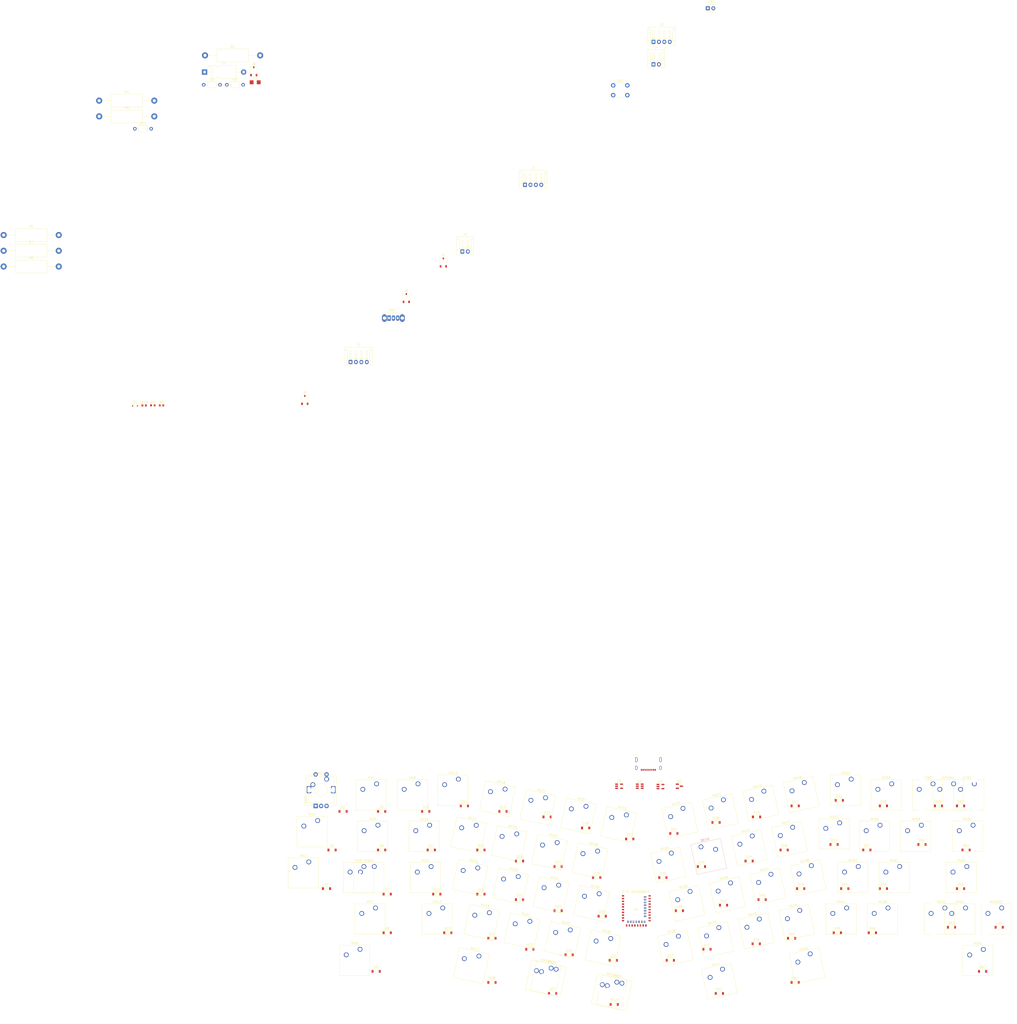
<source format=kicad_pcb>
(kicad_pcb (version 20211014) (generator pcbnew)
  (layers (0 "F.Cu" signal) (31 "B.Cu" signal) (34 "B.Paste" user) (35 "F.Paste" user) (36 "B.SilkS" user "B.Silkscreen") (37 "F.SilkS" user "F.Silkscreen") (38 "B.Mask" user) (39 "F.Mask" user) (44 "Edge.Cuts" user))
  (net 0 "")
  (net 1 "VBATT")
  (net 2 "GND")
  (net 3 "Net-(C3-Pad1)")
  (net 4 "Net-(C4-Pad1)")
  (net 5 "VCC")
  (net 6 "VBUS")
  (net 7 "/P1.11")
  (net 8 "Net-(D2-Pad2)")
  (net 9 "BLUE_LED")
  (net 10 "Net-(D3-Pad2)")
  (net 11 "/P0.03")
  (net 12 "Net-(D4-Pad2)")
  (net 13 "Net-(D5-Pad2)")
  (net 14 "Net-(D6-Pad2)")
  (net 15 "Net-(D7-Pad2)")
  (net 16 "/P0.28")
  (net 17 "Net-(D8-Pad2)")
  (net 18 "/P1.13")
  (net 19 "Net-(D9-Pad2)")
  (net 20 "Net-(D10-Pad2)")
  (net 21 "Net-(D11-Pad2)")
  (net 22 "Net-(D12-Pad2)")
  (net 23 "Net-(D13-Pad2)")
  (net 24 "Net-(D14-Pad2)")
  (net 25 "Net-(D15-Pad2)")
  (net 26 "Net-(D16-Pad2)")
  (net 27 "Net-(D17-Pad2)")
  (net 28 "Net-(D18-Pad2)")
  (net 29 "Net-(D19-Pad2)")
  (net 30 "Net-(D20-Pad2)")
  (net 31 "Net-(D21-Pad2)")
  (net 32 "Net-(D22-Pad2)")
  (net 33 "Net-(D23-Pad2)")
  (net 34 "Net-(D24-Pad2)")
  (net 35 "Net-(D25-Pad2)")
  (net 36 "Net-(D26-Pad2)")
  (net 37 "Net-(D27-Pad2)")
  (net 38 "Net-(D28-Pad2)")
  (net 39 "Net-(D29-Pad2)")
  (net 40 "Net-(D30-Pad2)")
  (net 41 "Net-(D31-Pad2)")
  (net 42 "Net-(D32-Pad2)")
  (net 43 "Net-(D33-Pad2)")
  (net 44 "Net-(D34-Pad2)")
  (net 45 "Net-(D35-Pad2)")
  (net 46 "Net-(D36-Pad2)")
  (net 47 "Net-(D37-Pad2)")
  (net 48 "Net-(D38-Pad2)")
  (net 49 "Net-(D39-Pad2)")
  (net 50 "Net-(D40-Pad2)")
  (net 51 "Net-(D41-Pad2)")
  (net 52 "Net-(D42-Pad2)")
  (net 53 "Net-(D43-Pad2)")
  (net 54 "Net-(D44-Pad2)")
  (net 55 "Net-(D45-Pad2)")
  (net 56 "Net-(D46-Pad2)")
  (net 57 "Net-(D47-Pad2)")
  (net 58 "Net-(D48-Pad2)")
  (net 59 "Net-(D49-Pad2)")
  (net 60 "Net-(D50-Pad2)")
  (net 61 "Net-(D51-Pad2)")
  (net 62 "Net-(D52-Pad2)")
  (net 63 "Net-(D53-Pad2)")
  (net 64 "Net-(D54-Pad2)")
  (net 65 "Net-(D55-Pad2)")
  (net 66 "Net-(D56-Pad2)")
  (net 67 "Net-(D57-Pad2)")
  (net 68 "Net-(D58-Pad2)")
  (net 69 "Net-(D59-Pad2)")
  (net 70 "Net-(D60-Pad2)")
  (net 71 "Net-(D61-Pad2)")
  (net 72 "Net-(D62-Pad2)")
  (net 73 "Net-(D63-Pad2)")
  (net 74 "Net-(D64-Pad2)")
  (net 75 "Net-(D65-Pad2)")
  (net 76 "Net-(D66-Pad2)")
  (net 77 "Net-(D67-Pad2)")
  (net 78 "Net-(F1-Pad1)")
  (net 79 "SDA")
  (net 80 "SCL")
  (net 81 "VBAT")
  (net 82 "SWC")
  (net 83 "SWD")
  (net 84 "/P1.06")
  (net 85 "/P1.04")
  (net 86 "Net-(LED2-Pad1)")
  (net 87 "Net-(LED3-Pad1)")
  (net 88 "/P0.02")
  (net 89 "/P0.29")
  (net 90 "/P0.31")
  (net 91 "P0.04")
  (net 92 "/P0.01")
  (net 93 "/P0.06")
  (net 94 "/P0.05")
  (net 95 "/P0.08")
  (net 96 "/P1.09")
  (net 97 "/P0.12")
  (net 98 "Rotary_B")
  (net 99 "Rotary_A")
  (net 100 "DFU")
  (net 101 "/P1.00")
  (net 102 "Net-(Q1-Pad3)")
  (net 103 "Net-(R1-Pad2)")
  (net 104 "Net-(R2-Pad1)")
  (net 105 "Net-(R4-Pad1)")
  (net 106 "Net-(R5-Pad1)")
  (net 107 "Net-(R7-Pad2)")
  (net 109 "RESET")
  (net 110 "Rot_B")
  (net 111 "RS1")
  (net 112 "RS2")
  (net 113 "BOOT")
  (net 114 "/P0.22")
  (net 115 "/P0.20")
  (net 117 "/P0.00")
  (net 119 "/P0.24")
  (net 120 "DATA-")
  (net 121 "/P0.13")
  (net 122 "DATA+")
  (net 123 "/P0.30")
  (net 125 "Net-(U4-Pad1)")
  (net 126 "Net-(U4-Pad3)")
  (footprint "Resistor_SMD:R_0603_1608Metric" (layer "F.Cu") (at 249.8 -63.2)
    (fp_text reference "R6")
    (fp_text value "1K")
  )
  (footprint "Diode_SMD:D_SOD-123" (layer "F.Cu") (at 574.74 141.54)
    (fp_text reference "D57")
    (fp_text value "D_Small")
  )
  (footprint "Connector_JST:JST_ACH_BM01B-ACHSS-A-GAN-ETF_1x01-1MP_P1.20mm_Vertical" (layer "F.Cu") (at 379.63 -128.951447)
    (fp_text reference "J7")
    (fp_text value "Conn_01x01")
  )
  (footprint "Button_Switch_Keyboard:SW_Cherry_MX_1.00u_PCB" (layer "F.Cu") (at 432.768111 157.720541 -12)
    (fp_text reference "MX24")
    (fp_text value "MX-NoLED")
  )
  (footprint "Diode_SMD:D_SOD-123" (layer "F.Cu") (at 541.72 121.22)
    (fp_text reference "D47")
    (fp_text value "D_Small")
  )
  (footprint "Capacitor_THT:C_Axial_L3.8mm_D2.6mm_P7.50mm_Horizontal" (layer "F.Cu") (at 237.52 -190.56)
    (fp_text reference "CC1")
    (fp_text value "10 uF")
  )
  (footprint "Button_Switch_Keyboard:SW_Cherry_MX_2.75u_PCB" (layer "F.Cu") (at 348.4 168.21)
    (fp_text reference "MX7")
    (fp_text value "MX-NoLED")
  )
  (footprint "Package_TO_SOT_SMD:SOT-23-6" (layer "F.Cu") (at 470.12375 112.17125)
    (fp_text reference "U4")
    (fp_text value "USBLC6-2SC6")
  )
  (footprint "Diode_SMD:D_SOD-123" (layer "F.Cu") (at 396.94 141.54)
    (fp_text reference "D15")
    (fp_text value "D_Small")
  )
  (footprint "Resistor_THT:R_Axial_DIN0614_L14.3mm_D5.7mm_P25.40mm_Horizontal" (layer "F.Cu") (at 177.06 -127.13)
    (fp_text reference "R0")
    (fp_text value "10 K")
  )
  (footprint "Button_Switch_Keyboard:SW_Cherry_MX_1.50u_PCB" (layer "F.Cu") (at 548.638304 189.342915 12)
    (fp_text reference "MX50")
    (fp_text value "MX-NoLED")
  )
  (footprint "Resistor_SMD:R_0603_1608Metric" (layer "F.Cu") (at 245.79 -63.2)
    (fp_text reference "R3")
    (fp_text value "100K")
  )
  (footprint "Diode_SMD:D_SOD-123" (layer "F.Cu") (at 445.2 131.38)
    (fp_text reference "D28")
    (fp_text value "D_Small")
  )
  (footprint "Button_Switch_Keyboard:SW_Cherry_MX_1.00u_PCB" (layer "F.Cu") (at 623.68 130.11)
    (fp_text reference "MX62")
    (fp_text value "MX-NoLED")
  )
  (footprint "Diode_SMD:D_SOD-123" (layer "F.Cu") (at 376.62 161.86)
    (fp_text reference "D12")
    (fp_text value "D_Small")
  )
  (footprint "Button_Switch_Keyboard:SW_Cherry_MX_1.00u_PCB" (layer "F.Cu") (at 451.401821 161.681259 -12)
    (fp_text reference "MX29")
    (fp_text value "MX-NoLED")
  )
  (footprint "Button_Switch_Keyboard:SW_Cherry_MX_1.00u_PCB" (layer "F.Cu") (at 413.434398 134.129824 -12)
    (fp_text reference "MX19")
    (fp_text value "MX-NoLED")
  )
  (footprint "Button_Switch_THT:SW_PUSH_6mm_H4.3mm" (layer "F.Cu") (at 457.89 -210.54)
    (fp_text reference "SW2")
    (fp_text value "SW_Push")
  )
  (footprint "Button_Switch_Keyboard:SW_Cherry_MX_1.00u_PCB" (layer "F.Cu") (at 586.17 111.06)
    (fp_text reference "MX55")
    (fp_text value "MX-NoLED")
  )
  (footprint "Button_Switch_Keyboard:SW_Cherry_MX_2.00u_PCB" (layer "F.Cu") (at 429.279237 195.927246 -12)
    (fp_text reference "MX26A1")
    (fp_text value "MX-NoLED")
  )
  (footprint "Button_Switch_Keyboard:SW_Cherry_MX_1.00u_PCB" (layer "F.Cu") (at 419.484398 174.369824 -12)
    (fp_text reference "MX21")
    (fp_text value "MX-NoLED")
  )
  (footprint "Diode_SMD:D_SOD-123" (layer "F.Cu") (at 414.72 164.4)
    (fp_text reference "D21")
    (fp_text value "D_Small")
  )
  (footprint "Button_Switch_Keyboard:SW_Cherry_MX_1.50u_PCB" (layer "F.Cu") (at 349.49 130.11)
    (fp_text reference "MX5")
    (fp_text value "MX-NoLED")
  )
  (footprint "Button_Switch_Keyboard:SW_Cherry_MX_1.75u_PCB" (layer "F.Cu") (at 610.685 168.21)
    (fp_text reference "MX62A1")
    (fp_text value "MX-NoLED")
  )
  (footprint "Diode_SMD:D_SOD-123" (layer "F.Cu") (at 628.08 197.42)
    (fp_text reference "D67")
    (fp_text value "D_Small")
  )
  (footprint "Button_Switch_Keyboard:SW_Cherry_MX_1.00u_PCB" (layer "F.Cu") (at 584.49 168.21)
    (fp_text reference "MX58")
    (fp_text value "MX-NoLED")
  )
  (footprint "Diode_SMD:D_SOD-123" (layer "F.Cu") (at 617.92 121.22)
    (fp_text reference "D63")
    (fp_text value "D_Small")
  )
  (footprint "Diode_SMD:D_SOD-123" (layer "F.Cu") (at 437.58 189.8)
    (fp_text reference "D26")
    (fp_text value "D_Small")
  )
  (footprint "Diode_SMD:D_SOD-123" (layer "F.Cu") (at 635.7 177.1)
    (fp_text reference "D66")
    (fp_text value "D_Small")
  )
  (footprint "Button_Switch_Keyboard:SW_Cherry_MX_1.00u_PCB" (layer "F.Cu") (at 565.44 168.21)
    (fp_text reference "MX54")
    (fp_text value "MX-NoLED")
  )
  (footprint "Button_Switch_Keyboard:SW_Cherry_MX_1.00u_PCB" (layer "F.Cu") (at 562.18 129.05)
    (fp_text reference "MX52")
    (fp_text value "MX-NoLED")
  )
  (footprint "Button_Switch_Keyboard:SW_Cherry_MX_1.00u_PCB" (layer "F.Cu") (at 543.828304 169.352914 12)
    (fp_text reference "MX49")
    (fp_text value "MX-NoLED")
  )
  (footprint "yeye:SW_Cherry_MX_2.25u_PCB_Flipped" (layer "F.Cu") (at 620.8 149.16)
    (fp_text reference "MX63")
    (fp_text value "MX-NoLED")
  )
  (footprint "Button_Switch_Keyboard:SW_Cherry_MX_1.50u_PCB" (layer "F.Cu") (at 341.26 187.26)
    (fp_text reference "MX8")
    (fp_text value "MX-NoLED")
  )
  (footprint "Button_Switch_Keyboard:SW_Cherry_MX_1.00u_PCB" (layer "F.Cu") (at 408.080686 113.519106 -12)
    (fp_text reference "MX18")
    (fp_text value "MX-NoLED")
  )
  (footprint "Button_Switch_Keyboard:SW_Cherry_MX_1.00u_PCB" (layer "F.Cu") (at 567.54 108.92)
    (fp_text reference "MX51")
    (fp_text value "MX-NoLED")
  )
  (footprint "Button_Switch_Keyboard:SW_Cherry_MX_1.00u_PCB" (layer "F.Cu") (at 624.27 111.06)
    (fp_text reference "MX59A2")
    (fp_text value "MX-NoLED")
  )
  (footprint "Diode_SMD:D_SOD-123" (layer "F.Cu") (at 407.1 123.76)
    (fp_text reference "D19")
    (fp_text value "D_Small")
  )
  (footprint "Resistor_THT:R_Axial_DIN0614_L14.3mm_D5.7mm_P25.40mm_Horizontal" (layer "F.Cu") (at 177.06 -134.38)
    (fp_text reference "R7")
    (fp_text value "1K")
  )
  (footprint "Package_TO_SOT_SMD:SOT-23-5" (layer "F.Cu") (at 479.64875 112.3275)
    (fp_text reference "U2")
    (fp_text value "MCP73831")
  )
  (footprint "Button_Switch_Keyboard:SW_Cherry_MX_1.50u_PCB" (layer "F.Cu") (at 396.040686 190.399106 -12)
    (fp_text reference "MX17")
    (fp_text value "MX-NoLED")
  )
  (footprint "Button_Switch_Keyboard:SW_Cherry_MX_1.00u_PCB" (layer "F.Cu") (at 426.714398 117.479824 -12)
    (fp_text reference "MX22")
    (fp_text value "MX-NoLED")
  )
  (footprint "Button_Switch_Keyboard:SW_Cherry_MX_1.00u_PCB" (layer "F.Cu") (at 414.134399 153.759824 -12)
    (fp_text reference "MX20")
    (fp_text value "MX-NoLED")
  )
  (footprint "Button_Switch_Keyboard:SW_Cherry_MX_1.00u_PCB" (layer "F.Cu") (at 527.294592 114.443633 12)
    (fp_text reference "MX42")
    (fp_text value "MX-NoLED")
  )
  (footprint "Button_Switch_Keyboard:SW_Cherry_MX_1.00u_PCB" (layer "F.Cu") (at 394.800687 130.169106 -12)
    (fp_text reference "MX14")
    (fp_text value "MX-NoLED")
  )
  (footprint "Resistor_THT:R_Axial_DIN0614_L14.3mm_D5.7mm_P25.40mm_Horizontal" (layer "F.Cu") (at 221.07 -203.51)
    (fp_text reference "R4")
    (fp_text value "5.1 K")
  )
  (footprint "Diode_SMD:D_SOD-123" (layer "F.Cu") (at 523.94 126.3)
    (fp_text reference "D43")
    (fp_text value "D_Small")
  )
  (footprint "Diode_SMD:D_SOD-123" (layer "F.Cu") (at 432.5 169.48)
    (fp_text reference "D25")
    (fp_text value "D_Small")
  )
  (footprint "Button_Switch_Keyboard:SW_Cherry_MX_1.00u_PCB" (layer "F.Cu") (at 348.89 111.06)
    (fp_text reference "MX4")
    (fp_text value "MX-NoLED")
  )
  (footprint "Diode_SMD:D_SOD-123" (layer "F.Cu") (at 381.7 179.64)
    (fp_text reference "D13")
    (fp_text value "D_Small")
  )
  (footprint "Button_Switch_Keyboard:SW_Cherry_MX_1.00u_PCB" (layer "F.Cu") (at 400.850687 170.409106 -12)
    (fp_text reference "MX16")
    (fp_text value "MX-NoLED")
  )
  (footprint "Button_Switch_Keyboard:SW_Cherry_MX_1.00u_PCB" (layer "F.Cu") (at 589.85 149.16)
    (fp_text reference "MX57")
    (fp_text value "MX-NoLED")
  )
  (footprint "Diode_SMD:D_SOD-123" (layer "F.Cu") (at 457.9 192.34)
    (fp_text reference "D31")
    (fp_text value "D_Small")
  )
  (footprint "Connector_JST:JST_EH_S4B-EH_1x04_P2.50mm_Horizontal" (layer "F.Cu") (at 476.44 -230.59)
    (fp_text reference "J3")
    (fp_text value "Conn_01x04")
  )
  (footprint "Button_Switch_Keyboard:SW_Cherry_MX_2.00u_PCB" (layer "F.Cu") (at 612.18 116.14)
    (fp_text reference "MX59A1")
    (fp_text value "MX-NoLED")
  )
  (footprint "LED_SMD:LED_0603_1608Metric" (layer "F.Cu") (at 241.78 -63.16)
    (fp_text reference "LED3")
    (fp_text value "BLUE")
  )
  (footprint "LED_THT:LED_D3.0mm_Clear" (layer "F.Cu") (at 501.47 -246.04)
    (fp_text reference "LED2")
    (fp_text value "CHG")
  )
  (footprint "Diode_SMD:D_SOD-123" (layer "F.Cu") (at 559.64 139)
    (fp_text reference "D53")
    (fp_text value "D_Small")
  )
  (footprint "Diode_SMD:D_SOD-123" (layer "F.Cu") (at 325.82 159.32)
    (fp_text reference "D4")
    (fp_text value "D_Small")
  )
  (footprint "Package_TO_SOT_SMD:SOT-23" (layer "F.Cu") (at 488.38 112.17125)
    (fp_text reference "Q1")
    (fp_text value "AO3407")
  )
  (footprint "Diode_SMD:D_SOD-123" (layer "F.Cu") (at 328.36 141.54)
    (fp_text reference "D3")
    (fp_text value "D_Small")
  )
  (footprint "Resistor_THT:R_Axial_DIN0614_L14.3mm_D5.7mm_P25.40mm_Horizontal" (layer "F.Cu") (at 177.06 -141.63)
    (fp_text reference "R1")
    (fp_text value "100 K")
  )
  (footprint "Diode_SMD:D_SOD-123" (layer "F.Cu") (at 452.82 172.02)
    (fp_text reference "D30")
    (fp_text value "D_Small")
  )
  (footprint "Capacitor_THT:CP_Axial_L11.0mm_D6.0mm_P18.00mm_Horizontal" (layer "F.Cu") (at 269.64 -216.665)
    (fp_text reference "C4")
    (fp_text value "0.1uF")
  )
  (footprint "Button_Switch_Keyboard:SW_Cherry_MX_1.00u_PCB" (layer "F.Cu") (at 521.934592 135.053632 12)
    (fp_text reference "MX43")
    (fp_text value "MX-NoLED")
  )
  (footprint "Diode_SMD:D_SOD-123" (layer "F.Cu") (at 562.04 118.68)
    (fp_text reference "D52")
    (fp_text value "D_Small")
  )
  (footprint "Diode_SMD:D_SOD-123" (layer "F.Cu") (at 353.76 179.64)
    (fp_text reference "D8")
    (fp_text value "D_Small")
  )
  (footprint "Diode_SMD:D_SOD-323F" (layer "F.Cu") (at 237.61 -62.98)
    (fp_text reference "D1")
    (fp_text value "1N5819")
  )
  (footprint "Diode_SMD:D_SOD-123" (layer "F.Cu") (at 458.350049 212.66)
    (fp_text reference "D32")
    (fp_text value "D_Small")
  )
  (footprint "Button_Switch_Keyboard:SW_Cherry_MX_1.00u_PCB" (layer "F.Cu") (at 580.81 130.11)
    (fp_text reference "MX56")
    (fp_text value "MX-NoLED")
  )
  (footprint "Connector_JST:JST_EH_S2B-EH_1x02_P2.50mm_Horizontal" (layer "F.Cu") (at 476.44 -220.21)
    (fp_text reference "J4")
    (fp_text value "Conn_01x02")
  )
  (footprint "Diode_SMD:D_SOD-123" (layer "F.Cu") (at 427.42 126.3)
    (fp_text reference "D23")
    (fp_text value "D_Small")
  )
  (footprint "Diode_SMD:D_SOD-123" (layer "F.Cu") (at 402.02 182.18)
    (fp_text reference "D17")
    (fp_text value "D_Small")
  )
  (footprint "Button_Switch_Keyboard:SW_Cherry_MX_1.00u_PCB" (layer "F.Cu") (at 540.568304 131.092914 12)
    (fp_text reference "MX47")
    (fp_text value "MX-NoLED")
  )
  (footprint "Diode_SMD:D_SOD-123" (layer "F.Cu") (at 402.02 202.5)
    (fp_text reference "D18")
    (fp_text value "D_Small")
  )
  (footprint "Diode_SMD:D_SOD-123" (layer "F.Cu") (at 544.26 159.32)
    (fp_text reference "D49")
    (fp_text value "D_Small")
  )
  (footprint "Diode_SMD:D_SOD-123" (layer "F.Cu") (at 520.506288 146.62)
    (fp_text reference "D44")
    (fp_text value "D_Small")
  )
  (footprint "Connector_JST:JST_EH_S2B-EH_1x02_P2.50mm_Horizontal" (layer "F.Cu") (at 388.42 -134.04)
    (fp_text reference "J2")
    (fp_text value "Conn_01x02")
  )
  (footprint "Button_Switch_Keyboard:SW_Cherry_MX_1.00u_PCB" (layer "F.Cu") (at 636.87875 168.21)
    (fp_text reference "MX62A2")
    (fp_text value "MX-NoLED")
  )
  (footprint "Crystal:Crystal_SMD_EuroQuartz_EQ161-2Pin_3.2x1.5mm_HandSoldering" (layer "F.Cu") (at 292.94 -211.97)
    (fp_text reference "X1")
    (fp_text value "32768kHz")
  )
  (footprint "nrfmicro:USB-C_C168688" (layer "F.Cu") (at 474.09735 104.23125)
    (fp_text reference "USB1" hide)
    (fp_text value "USB-C USB 2.0 MC-372")
  )
  (footprint "Button_Switch_Keyboard:SW_Cherry_MX_1.00u_PCB" (layer "F.Cu") (at 605.22 111.06)
    (fp_text reference "MX60")
    (fp_text value "MX-NoLED")
  )
  (footprint "Button_Switch_Keyboard:SW_Cherry_MX_1.75u_PCB" (layer "F.Cu") (at 347.80232 149.16)
    (fp_text reference "MX6A1")
    (fp_text value "MX-NoLED")
  )
  (footprint "Diode_SMD:D_SOD-123" (layer "F.Cu") (at 607.76 121.22)
    (fp_text reference "D60")
    (fp_text value "D_Small")
  )
  (footprint "Button_Switch_Keyboard:SW_Cherry_MX_1.00u_PCB" (layer "F.Cu") (at 530.554592 152.703632 12)
    (fp_text reference "MX44")
    (fp_text value "MX-NoLED")
  )
  (footprint "Diode_SMD:D_SOD-123" (layer "F.Cu") (at 526.48 164.4)
    (fp_text reference "D45")
    (fp_text value "D_Small")
  )
  (footprint "Button_Switch_Keyboard:SW_Cherry_MX_1.00u_PCB" (layer "F.Cu") (at 367.94 111.06)
    (fp_text reference "MX9")
    (fp_text value "MX-NoLED")
  )
  (footprint "Rotary_Encoder:RotaryEncoder_Alps_EC11E-Switch_Vertical_H20mm" (layer "F.Cu") (at 320.83 121.25 90)
    (fp_text reference "SW3")
    (fp_text value "Rotary_Encoder_Switch")
  )
  (footprint "Diode_SMD:D_SOD-123" (layer "F.Cu") (at 506.8 207.58)
    (fp_text reference "D42")
    (fp_text value "D_Small")
  )
  (footprint "Button_Switch_Keyboard:SW_Cherry_MX_1.00u_PCB" (layer "F.Cu") (at 549.188304 148.742914 12)
    (fp_text reference "MX48")
    (fp_text value "MX-NoLED")
  )
  (footprint "Diode_SMD:D_SOD-123" (layer "F.Cu") (at 414.72 146.62)
    (fp_text reference "D20")
    (fp_text value "D_Small")
  )
  (footprint "Diode_SMD:D_SOD-123" (layer "F.Cu") (at 501.08 187.26)
    (fp_text reference "D41")
    (fp_text value "D_Small")
  )
  (footprint "Diode_SMD:D_SOD-123" (layer "F.Cu") (at 498.54 149.16)
    (fp_text reference "D39")
    (fp_text value "D_Small")
  )
  (footprint "Button_Switch_Keyboard:SW_Cherry_MX_1.00u_PCB" (layer "F.Cu") (at 570.8 149.16)
    (fp_text reference "MX53")
    (fp_text value "MX-NoLED")
  )
  (footprint "Diode_SMD:D_SOD-123" (layer "F.Cu") (at 389.32 121.22)
    (fp_text reference "D14")
    (fp_text value "D_Small")
  )
  (footprint "Connector_JST:JST_ACH_BM01B-ACHSS-A-GAN-ETF_1x01-1MP_P1.20mm_Vertical" (layer "F.Cu") (at 292.29 -217.011447)
    (fp_text reference "J6")
    (fp_text value "Conn_01x01")
  )
  (footprint "Capacitor_THT:C_Axial_L3.8mm_D2.6mm_P7.50mm_Horizontal" (layer "F.Cu") (at 279.89 -210.82)
    (fp_text reference "C3")
    (fp_text value "10 uF")
  )
  (footprint "Connector_JST:JST_ACH_BM01B-ACHSS-A-GAN-ETF_1x01-1MP_P1.20mm_Vertical" (layer "F.Cu") (at 315.81 -65.671447)
    (fp_text reference "J8")
    (fp_text value "Conn_01x01")
  )
  (footprint "Button_Switch_Keyboard:SW_Cherry_MX_1.00u_PCB" (layer "F.Cu") (at 545.928304 110.482914 12)
    (fp_text reference "MX46")
    (fp_text value "MX-NoLED")
  )
  (footprint "Button_Switch_Keyboard:SW_Cherry_MX_1.00u_PCB" (layer "F.Cu") (at 508.66088 118.404349 12)
    (fp_text reference "MX37")
    (fp_text value "MX-NoLED")
  )
  (footprint "Button_Switch_Keyboard:SW_Cherry_MX_1.00u_PCB" (layer "F.Cu") (at 459.575637 202.367046 -12)
    (fp_text reference "MX31A1")
    (fp_text value "MX-NoLED")
  )
  (footprint "Resistor_THT:R_Axial_DIN0614_L14.3mm_D5.7mm_P25.40mm_Horizontal" (layer "F.Cu") (at 269.84 -224.35)
    (fp_text reference "R2")
    (fp_text value "4.7 K")
  )
  (footprint "Button_Switch_Keyboard:SW_Cherry_MX_1.00u_PCB" (layer "F.Cu") (at 373.3 130.11)
    (fp_text reference "MX10")
    (fp_text value "MX-NoLED")
  )
  (footprint "Diode_SMD:D_SOD-123" (layer "F.Cu") (at 348.68 197.42)
    (fp_text reference "D9")
    (fp_text value "D_Small")
  )
  (footprint "Diode_SMD:D_SOD-123" (layer "F.Cu") (at 419.484398 187.26)
    (fp_text reference "D22")
    (fp_text value "D_Small")
  )
  (footprint "Diode_SMD:D_SOD-123" (layer "F.Cu") (at 582.36 159.32)
    (fp_text reference "D58")
    (fp_text value "D_Small")
  )
  (footprint "Diode_SMD:D_SOD-123" (layer "F.Cu") (at 432.5 149.16)
    (fp_text reference "D24")
    (fp_text value "D_Small")
  )
  (footprint "Diode_SMD:D_SOD-123" (layer "F.Cu") (at 396.94 161.86)
    (fp_text reference "D16")
    (fp_text value "D_Small")
  )
  (footprint "Diode_SMD:D_SOD-123" (layer "F.Cu") (at 351.22 123.76)
    (fp_text reference "D5")
    (fp_text value "D_Small")
  )
  (footprint "Diode_SMD:D_SOD-123" (layer "F.Cu") (at 488.38 169.48)
    (fp_text reference "D36")
    (fp_text value "D_Small")
  )
  (footprint "Button_Switch_Keyboard:SW_Cherry_MX_1.50u_PCB" (layer "F.Cu") (at 628.4356 187.308)
    (fp_text reference "MX64")
    (fp_text value "MX-NoLED")
  )
  (footprint "Button_Switch_Keyboard:SW_Cherry_MX_2.25u_PCB" (layer "F.Cu") (at 431.570636 196.419146 -12)
    (fp_text reference "MX26")
    (fp_text value "MX-NoLED")
  )
  (footprint "Diode_SMD:D_SOD-123" (layer "F.Cu") (at 480.76 154.24)
    (fp_text reference "D35")
    (fp_text value "D_Small")
  )
  (footprint "Connector_JST:JST_EH_S4B-EH_1x04_P2.50mm_Horizontal" (layer "F.Cu") (at 417.26 -164.74)
    (fp_text reference "J1")
    (fp_text value "Conn_01x04")
  )
  (footprint "Diode_SMD:D_SOD-123" (layer "F.Cu") (at 617.92 159.32)
    (fp_text reference "D65")
    (fp_text value "D_Small")
  )
  (footprint "Diode_SMD:D_SOD-123" (layer "F.Cu") (at 351.22 141.54)
    (fp_text reference "D6")
    (fp_text value "D_Small")
  )
  (footprint "Diode_SMD:D_SOD-123" (layer "F.Cu") (at 536.64 141.54)
    (fp_text reference "D48")
    (fp_text value "D_Small")
  )
  (footprint "Diode_SMD:D_SOD-123" (layer "F.Cu") (at 450.28 154.24)
    (fp_text reference "D29")
    (fp_text value "D_Small")
  )
  (footprint "Button_Switch_Keyboard:SW_Cherry_MX_1.00u_PCB" (layer "F.Cu") (at 325.87 108.92)
    (fp_text reference "MX1")
    (fp_text value "MX-NoLED")
  )
  (footprint "Diode_SMD:D_SOD-123" (layer "F.Cu") (at 465.52 136.46)
    (fp_text reference "D33")
    (fp_text value "D_Small")
  )
  (footprint "Diode_SMD:D_SOD-123" (layer "F.Cu") (at 484.19 192.34)
    (fp_text reference "D37")
    (fp_text value "D_Small")
  )
  (footprint "Diode_SMD:D_SOD-123" (layer "F.Cu") (at 600.14 139)
    (fp_text reference "D61")
    (fp_text value "D_Small")
  )
  (footprint "Diode_SMD:D_SOD-123" (layer "F.Cu") (at 371.54 123.76)
    (fp_text reference "D10")
    (fp_text value "D_Small")
  )
  (footprint "Button_Switch_Keyboard:SW_Cherry_MX_1.00u_PCB" (layer "F.Cu") (at 445.34811 121.440541 -12)
    (fp_text reference "MX27")
    (fp_text value "MX-NoLED")
  )
  (footprint "Diode_SMD:D_SOD-123" (layer "F.Cu") (at 374.08 141.54)
    (fp_text reference "D11")
    (fp_text value "D_Small")
  )
  (footprint "Button_Switch_Keyboard:SW_Cherry_MX_1.00u_PCB" (layer "F.Cu") (at 493.287169 160.625067 12)
    (fp_text reference "MX35")
    (fp_text value "MX-NoLED")
  )
  (footprint "Diode_SMD:D_SOD-123" (layer "F.Cu") (at 613.73 177.1)
    (fp_text reference "D62")
    (fp_text value "D_Small")
  )
  (footprint "Button_Switch_Keyboard:SW_Cherry_MX_1.00u_PCB" (layer "F.Cu") (at 438.11811 178.330541 -12)
    (fp_text reference "MX25")
    (fp_text value "MX-NoLED")
  )
  (footprint "Diode_SMD:D_SOD-123" (layer "F.Cu") (at 508.7 166.94)
    (fp_text reference "D40")
    (fp_text value "D_Small")
  )
  (footprint "Diode_SMD:D_SOD-123" (layer "F.Cu") (at 353.76 161.86)
    (fp_text reference "D7")
    (fp_text value "D_Small")
  )
  (footprint "Package_TO_SOT_SMD:SOT-23-5" (layer "F.Cu") (at 460.59875 112.17125)
    (fp_text reference "U3")
    (fp_text value "AP2112K-3.3")
  )
  (footprint "Button_Switch_Keyboard:SW_Cherry_MX_1.00u_PCB" (layer "F.Cu") (at 386.58 108.92)
    (fp_text reference "MX13")
    (fp_text value "MX-NoLED")
  )
  (footprint "Diode_SMD:D_SOD-123" (layer "F.Cu") (at 540.07 182.18)
    (fp_text reference "D50")
    (fp_text value "D_Small")
  )
  (footprint "nrfmicro:E73-2G4M08S1C-52840" (layer "F.Cu") (at 468.53625 176.66325 90)
    (fp_text reference "U1")
    (fp_text value "E73-2G4M08S1C")
  )
  (footprint "Button_Switch_Keyboard:SW_Cherry_MX_1.00u_PCB" (layer "F.Cu") (at 395.500686 149.799106 -12)
    (fp_text reference "MX15")
    (fp_text value "MX-NoLED")
  )
  (footprint "Button_Switch_Keyboard:SW_Cherry_MX_1.00u_PCB" (layer "F.Cu") (at 432.06811 138.090541 -12)
    (fp_text reference "MX23")
    (fp_text value "MX-NoLED")
  )
  (footprint "Button_Switch_Keyboard:SW_Cherry_MX_2.75u_PCB" (layer "F.Cu") (at 508.228304 196.402914 12)
    (fp_text reference "MX41")
    (fp_text value "MX-NoLED")
  )
  (footprint "Diode_SMD:D_SOD-123" (layer "F.Cu") (at 523.766288 184.72)
    (fp_text reference "D46")
    (fp_text value "D_Small")
  )
  (footprint "Button_Switch_Keyboard:SW_Cherry_MX_1.00u_PCB" (layer "F.Cu") (at 374 149.16)
    (fp_text reference "MX11")
    (fp_text value "MX-NoLED")
  )
  (footprint "Diode_SMD:D_SOD-123" (layer "F.Cu") (at 333.44 123.76)
    (fp_text reference "D2")
    (fp_text value "D_Small")
  )
  (footprint "Button_Switch_Keyboard:SW_Cherry_MX_1.00u_PCB" (layer "F.Cu") (at 463.981821 125.401259 -12)
    (fp_text reference "MX32")
    (fp_text value "MX-NoLED")
  )
  (footprint "Diode_SMD:D_SOD-123" (layer "F.Cu") (at 582.36 121.22)
    (fp_text reference "D56")
    (fp_text value "D_Small")
  )
  (footprint "Diode_SMD:D_SOD-123" (layer "F.Cu") (at 561.15 179.64)
    (fp_text reference "D55")
    (fp_text value "D_Small")
  )
  (footprint "Button_Switch_Keyboard:SW_Cherry_MX_1.00u_PCB" (layer "F.Cu") (at 525.194592 173.313632 12)
    (fp_text reference "MX45")
    (fp_text value "MX-NoLED")
  )
  (footprint "Diode_SMD:D_SOD-123" (layer "F.Cu") (at 541.72 202.5)
    (fp_text reference "D51")
    (fp_text value "D_Small")
  )
  (footprint "Diode_SMD:D_SOD-123" (layer "F.Cu") (at 564.58 159.32)
    (fp_text reference "D54")
    (fp_text value "D_Small")
  )
  (footprint "Button_Switch_Keyboard:SW_Cherry_MX_1.00u_PCB" (layer "F.Cu") (at 490.027169 122.365068 12)
    (fp_text reference "MX33")
    (fp_text value "MX-NoLED")
  )
  (footprint "Button_Switch_Keyboard:SW_Cherry_MX_1.00u_PCB" (layer "F.Cu") (at 321.71 127.97)
    (fp_text reference "MX2")
    (fp_text value "MX-NoLED")
  )
  (footprint "Button_Switch_Keyboard:SW_Cherry_MX_1.00u_PCB" (layer "F.Cu") (at 511.92088 156.66435 12)
    (fp_text reference "MX39")
    (fp_text value "MX-NoLED")
  )
  (footprint "Diode_SMD:D_SOD-123" (layer "F.Cu") (at 485.84 133.92)
    (fp_text reference "D34")
    (fp_text value "D_Small")
  )
  (footprint "Button_Switch_Keyboard:SW_Cherry_MX_1.25u_PCB" (layer "F.Cu") (at 461.890736 202.859146 -12)
    (fp_text reference "MX31")
    (fp_text value "MX-NoLED")
  )
  (footprint "Button_Switch_Keyboard:SW_Cherry_MX_1.00u_PCB" (layer "F.Cu") (at 379.35 168.21)
    (fp_text reference "MX12")
    (fp_text value "MX-NoLED")
  )
  (footprint "Button_Switch_Keyboard:SW_Cherry_MX_2.75u_PCB" (layer "F.Cu") (at 620.21 168.21)
    (fp_text reference "MX61")
    (fp_text value "MX-NoLED")
  )
  (footprint "Button_Switch_THT:SW_CuK_OS102011MA1QN1_SPDT_Angled" (layer "F.Cu") (at 354.61 -103.39)
    (fp_text reference "SW1")
    (fp_text value "SW_SPDT")
  )
  (footprint "Diode_SMD:D_SOD-123" (layer "F.Cu") (at 577.28 179.64)
    (fp_text reference "D59")
    (fp_text value "D_Small")
  )
  (footprint "Button_Switch_Keyboard:SW_Cherry_MX_1.00u_PCB" (layer "F.Cu") (at 484.667169 142.975068 12)
    (fp_text reference "MX34")
    (fp_text value "MX-NoLED")
  )
  (footprint "Button_Switch_Keyboard:SW_Cherry_MX_1.00u_PCB" (layer "F.Cu") (at 317.64 147.02)
    (fp_text reference "MX3")
    (fp_text value "MX-NoLED")
  )
  (footprint "Diode_SMD:D_SOD-123" (layer "F.Cu") (at 429.96 207.58)
    (fp_text reference "D27")
    (fp_text value "D_Small")
  )
  (footprint "Button_Switch_Keyboard:SW_Cherry_MX_1.00u_PCB" (layer "F.Cu") (at 599.86 130.11)
    (fp_text reference "MX59")
    (fp_text value "MX-NoLED")
  )
  (footprint "Resistor_THT:R_Axial_DIN0614_L14.3mm_D5.7mm_P25.40mm_Horizontal" (layer "F.Cu") (at 221.07 -196.26)
    (fp_text reference "R5")
    (fp_text value "5.1k")
  )
  (footprint "Capacitor_THT:C_Axial_L3.8mm_D2.6mm_P7.50mm_Horizontal" (layer "F.Cu") (at 269.24 -210.82)
    (fp_text reference "C2")
    (fp_text value "10 uF")
  )
  (footprint "Button_Switch_Keyboard:SW_Cherry_MX_1.00u_PCB" (layer "F.Cu") (at 506.56088 177.274349 12)
    (fp_text reference "MX40")
    (fp_text value "MX-NoLED")
  )
  (footprint "Button_Switch_Keyboard:SW_Cherry_MX_1.00u_PCB" (layer "F.Cu") (at 487.927169 181.235067 12)
    (fp_text reference "MX36")
    (fp_text value "MX-NoLED")
  )
  (footprint "Connector_JST:JST_EH_S4B-EH_1x04_P2.50mm_Horizontal" (layer "F.Cu") (at 336.86 -83.14)
    (fp_text reference "F1")
    (fp_text value "500mA")
  )
  (footprint "Diode_SMD:D_SOD-123" (layer "F.Cu") (at 620.46 141.54)
    (fp_text reference "D64")
    (fp_text value "D_Small")
  )
  (footprint "Button_Switch_Keyboard:SW_Cherry_MX_1.75u_PCB" (layer "F.Cu") (at 343.04005 149.16004)
    (fp_text reference "MX6")
    (fp_text value "MX-NoLED")
  )
  (footprint "Connector_JST:JST_ACH_BM01B-ACHSS-A-GAN-ETF_1x01-1MP_P1.20mm_Vertical" (layer "F.Cu") (at 362.58 -112.601447)
    (fp_text reference "J5")
    (fp_text value "Conn_01x01")
  )
  (footprint "Button_Switch_Keyboard:SW_Cherry_MX_1.00u_PCB" (layer "F.Cu") (at 450.701821 142.051259 -12)
    (fp_text reference "MX28")
    (fp_text value "MX-NoLED")
  )
  (footprint "Button_Switch_Keyboard:SW_Cherry_MX_1.00u_PCB" (layer "F.Cu") (at 456.751822 182.291259 -12)
    (fp_text reference "MX30")
    (fp_text value "MX-NoLED")
  )
  (footprint "Diode_SMD:D_SOD-123" (layer "F.Cu") (at 505.27 128.84)
    (fp_text reference "D38")
    (fp_text value "D_Small")
  )
  (footprint "Button_Switch_Keyboard:SW_Cherry_MX_1.00u_PCB" (layer "B.Cu") (at 498.33189 140.070541 -168)
    (fp_text reference "MX38")
    (fp_text value "MX-NoLED")
  )
)
</source>
